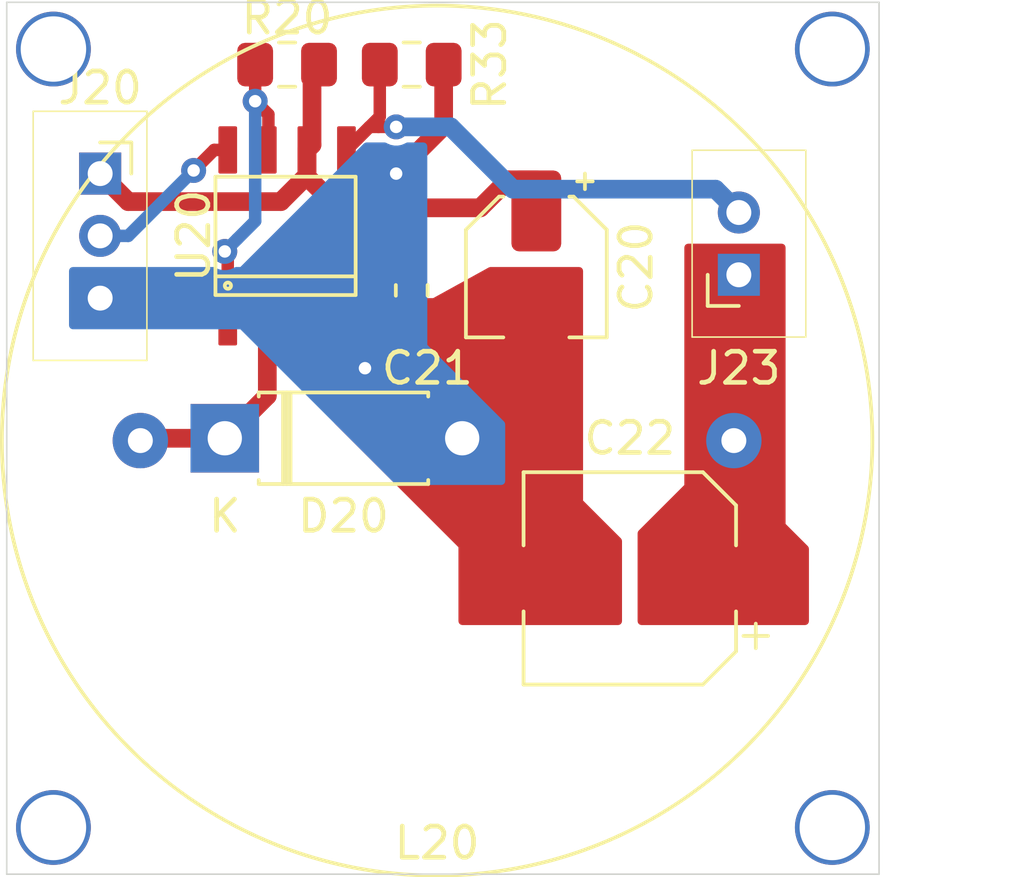
<source format=kicad_pcb>
(kicad_pcb (version 20171130) (host pcbnew "(5.1.10)-1")

  (general
    (thickness 1.6)
    (drawings 6)
    (tracks 53)
    (zones 0)
    (modules 14)
    (nets 9)
  )

  (page User 200 200)
  (title_block
    (title "Spectrometer Multi-Board System")
    (date 2021-05-28)
    (rev 1.0)
    (company "Team Spectrometer")
  )

  (layers
    (0 F.Cu signal)
    (31 B.Cu signal)
    (32 B.Adhes user hide)
    (33 F.Adhes user hide)
    (34 B.Paste user hide)
    (35 F.Paste user hide)
    (36 B.SilkS user hide)
    (37 F.SilkS user hide)
    (38 B.Mask user hide)
    (39 F.Mask user hide)
    (40 Dwgs.User user hide)
    (41 Cmts.User user)
    (42 Eco1.User user hide)
    (43 Eco2.User user hide)
    (44 Edge.Cuts user)
    (45 Margin user hide)
    (46 B.CrtYd user hide)
    (47 F.CrtYd user)
    (48 B.Fab user hide)
    (49 F.Fab user hide)
  )

  (setup
    (last_trace_width 0.4)
    (trace_clearance 0.2)
    (zone_clearance 0.254)
    (zone_45_only no)
    (trace_min 0.2)
    (via_size 0.8)
    (via_drill 0.4)
    (via_min_size 0.4)
    (via_min_drill 0.3)
    (uvia_size 0.3)
    (uvia_drill 0.1)
    (uvias_allowed no)
    (uvia_min_size 0.2)
    (uvia_min_drill 0.1)
    (edge_width 0.05)
    (segment_width 0.2)
    (pcb_text_width 0.3)
    (pcb_text_size 1.5 1.5)
    (mod_edge_width 0.12)
    (mod_text_size 1 1)
    (mod_text_width 0.15)
    (pad_size 0.85 0.85)
    (pad_drill 0.5)
    (pad_to_mask_clearance 0.051)
    (solder_mask_min_width 0.25)
    (aux_axis_origin 0 0)
    (visible_elements 7FFFFFFF)
    (pcbplotparams
      (layerselection 0x012fc_ffffffff)
      (usegerberextensions false)
      (usegerberattributes false)
      (usegerberadvancedattributes false)
      (creategerberjobfile false)
      (excludeedgelayer true)
      (linewidth 0.100000)
      (plotframeref false)
      (viasonmask false)
      (mode 1)
      (useauxorigin false)
      (hpglpennumber 1)
      (hpglpenspeed 20)
      (hpglpendiameter 15.000000)
      (psnegative false)
      (psa4output false)
      (plotreference true)
      (plotvalue true)
      (plotinvisibletext false)
      (padsonsilk false)
      (subtractmaskfromsilk false)
      (outputformat 4)
      (mirror false)
      (drillshape 0)
      (scaleselection 1)
      (outputdirectory "./"))
  )

  (net 0 "")
  (net 1 GND)
  (net 2 "Net-(D20-Pad1)")
  (net 3 /Scan_PWM)
  (net 4 "Net-(R20-Pad2)")
  (net 5 +5V)
  (net 6 "Net-(C21-Pad1)")
  (net 7 "Net-(C22-Pad1)")
  (net 8 "Net-(J23-Pad2)")

  (net_class Default "This is the default net class."
    (clearance 0.2)
    (trace_width 0.4)
    (via_dia 0.8)
    (via_drill 0.4)
    (uvia_dia 0.3)
    (uvia_drill 0.1)
    (add_net /Scan_PWM)
    (add_net "Net-(C21-Pad1)")
    (add_net "Net-(R20-Pad2)")
  )

  (net_class Analog ""
    (clearance 0.2)
    (trace_width 0.6)
    (via_dia 0.8)
    (via_drill 0.4)
    (uvia_dia 0.3)
    (uvia_drill 0.1)
  )

  (net_class Power ""
    (clearance 0.2)
    (trace_width 0.6)
    (via_dia 0.8)
    (via_drill 0.4)
    (uvia_dia 0.3)
    (uvia_drill 0.1)
    (add_net +5V)
    (add_net GND)
    (add_net "Net-(C22-Pad1)")
    (add_net "Net-(D20-Pad1)")
    (add_net "Net-(J23-Pad2)")
  )

  (module spectrometer_core:M2_mounting (layer F.Cu) (tedit 60DA2D85) (tstamp 60DA9E56)
    (at 112.5 83.5)
    (fp_text reference REF** (at 0 0) (layer F.Fab) hide
      (effects (font (size 1 1) (thickness 0.15)))
    )
    (fp_text value M2_mounting (at 0 -2) (layer F.Fab)
      (effects (font (size 1 1) (thickness 0.15)))
    )
    (pad "" np_thru_hole circle (at 0 0) (size 2.4 2.4) (drill 2.1) (layers *.Cu *.Mask)
      (zone_connect 0))
  )

  (module spectrometer_core:M2_mounting (layer F.Cu) (tedit 60DA2D85) (tstamp 60DA9E56)
    (at 87.5 83.5)
    (fp_text reference REF** (at 0 0) (layer F.Fab) hide
      (effects (font (size 1 1) (thickness 0.15)))
    )
    (fp_text value M2_mounting (at 0 -2) (layer F.Fab)
      (effects (font (size 1 1) (thickness 0.15)))
    )
    (pad "" np_thru_hole circle (at 0 0) (size 2.4 2.4) (drill 2.1) (layers *.Cu *.Mask)
      (zone_connect 0))
  )

  (module spectrometer_core:M2_mounting (layer F.Cu) (tedit 60DA2D85) (tstamp 60DA9E56)
    (at 112.5 108.5)
    (fp_text reference REF** (at 0 0) (layer F.Fab) hide
      (effects (font (size 1 1) (thickness 0.15)))
    )
    (fp_text value M2_mounting (at 0 -2) (layer F.Fab)
      (effects (font (size 1 1) (thickness 0.15)))
    )
    (pad "" np_thru_hole circle (at 0 0) (size 2.4 2.4) (drill 2.1) (layers *.Cu *.Mask)
      (zone_connect 0))
  )

  (module spectrometer_core:M2_mounting (layer F.Cu) (tedit 60DA2D85) (tstamp 60DA9E56)
    (at 87.5 108.5)
    (fp_text reference REF** (at 0 0) (layer F.Fab) hide
      (effects (font (size 1 1) (thickness 0.15)))
    )
    (fp_text value M2_mounting (at 0 -2) (layer F.Fab)
      (effects (font (size 1 1) (thickness 0.15)))
    )
    (pad "" np_thru_hole circle (at 0 0) (size 2.4 2.4) (drill 2.1) (layers *.Cu *.Mask)
      (zone_connect 0))
  )

  (module spectrometer_core:SOIC-8 (layer F.Cu) (tedit 60BE572F) (tstamp 60BB350E)
    (at 95 89.5 90)
    (path /6093404D)
    (fp_text reference U20 (at 0 -3 270) (layer F.SilkS)
      (effects (font (size 1 1) (thickness 0.15)))
    )
    (fp_text value NCP3066 (at 0 -3.5 90) (layer F.Fab)
      (effects (font (size 1 1) (thickness 0.15)))
    )
    (fp_line (start -3.85 2.75) (end -3.85 -2.75) (layer F.CrtYd) (width 0.12))
    (fp_line (start 3.9 2.75) (end -3.85 2.75) (layer F.CrtYd) (width 0.12))
    (fp_line (start 3.9 -2.75) (end 3.9 2.75) (layer F.CrtYd) (width 0.12))
    (fp_line (start -3.85 -2.75) (end 3.9 -2.75) (layer F.CrtYd) (width 0.12))
    (fp_circle (center -1.6 -1.9) (end -1.5 -1.9) (layer F.SilkS) (width 0.12))
    (fp_line (start -1.3 -2.3) (end -1.3 2.2) (layer F.SilkS) (width 0.12))
    (fp_line (start 1.9 -2.3) (end -1.9 -2.3) (layer F.SilkS) (width 0.12))
    (fp_line (start 1.9 2.2) (end 1.9 -2.3) (layer F.SilkS) (width 0.12))
    (fp_line (start -1.9 2.2) (end 1.9 2.2) (layer F.SilkS) (width 0.12))
    (fp_line (start -1.9 -2.3) (end -1.9 2.2) (layer F.SilkS) (width 0.12))
    (pad 8 smd roundrect (at 2.76 -1.905 90) (size 1.52 0.6) (layers F.Cu F.Paste F.Mask) (roundrect_rratio 0.083)
      (net 3 /Scan_PWM))
    (pad 7 smd roundrect (at 2.76 -0.635 90) (size 1.52 0.6) (layers F.Cu F.Paste F.Mask) (roundrect_rratio 0.083)
      (net 4 "Net-(R20-Pad2)"))
    (pad 6 smd roundrect (at 2.76 0.635 90) (size 1.52 0.6) (layers F.Cu F.Paste F.Mask) (roundrect_rratio 0.083)
      (net 5 +5V))
    (pad 5 smd roundrect (at 2.76 1.905 90) (size 1.52 0.6) (layers F.Cu F.Paste F.Mask) (roundrect_rratio 0.083)
      (net 8 "Net-(J23-Pad2)"))
    (pad 4 smd roundrect (at -2.76 1.905 90) (size 1.52 0.6) (layers F.Cu F.Paste F.Mask) (roundrect_rratio 0.083)
      (net 1 GND))
    (pad 3 smd roundrect (at -2.76 0.635 90) (size 1.52 0.6) (layers F.Cu F.Paste F.Mask) (roundrect_rratio 0.083)
      (net 6 "Net-(C21-Pad1)"))
    (pad 2 smd roundrect (at -2.76 -0.635 90) (size 1.52 0.6) (layers F.Cu F.Paste F.Mask) (roundrect_rratio 0.083)
      (net 2 "Net-(D20-Pad1)"))
    (pad 1 smd roundrect (at -2.76 -1.905 90) (size 1.52 0.6) (layers F.Cu F.Paste F.Mask) (roundrect_rratio 0.083)
      (net 4 "Net-(R20-Pad2)"))
  )

  (module spectrometer_core:1x03_Vert_P2.00_Molex_Micro-Latch (layer F.Cu) (tedit 60BE56CB) (tstamp 60BE55C0)
    (at 89 89.5 180)
    (path /60F2CC0E)
    (fp_text reference J20 (at 0 4.75 180) (layer F.SilkS)
      (effects (font (size 1 1) (thickness 0.15)))
    )
    (fp_text value C_01x03 (at 0 6.25 180) (layer F.Fab)
      (effects (font (size 1 1) (thickness 0.15)))
    )
    (fp_line (start 2.65 4.5) (end -2 4.5) (layer F.CrtYd) (width 0.08))
    (fp_line (start 2.65 -4.5) (end 2.65 4.5) (layer F.CrtYd) (width 0.08))
    (fp_line (start -2 -4.5) (end -2 4.5) (layer F.CrtYd) (width 0.08))
    (fp_line (start -2 -4.5) (end 2.65 -4.5) (layer F.CrtYd) (width 0.08))
    (fp_line (start -1 3) (end -1 2) (layer F.SilkS) (width 0.12))
    (fp_line (start -1 3) (end 0 3) (layer F.SilkS) (width 0.12))
    (fp_line (start -0.25 1.75) (end -0.25 2.25) (layer F.Fab) (width 0.1))
    (fp_line (start -0.25 -2.25) (end -0.25 -1.75) (layer F.Fab) (width 0.1))
    (fp_line (start -0.25 -0.25) (end -0.25 0.25) (layer F.Fab) (width 0.1))
    (fp_line (start 2.15 4) (end 2.15 -4) (layer F.SilkS) (width 0.05))
    (fp_line (start -1.5 -4) (end -1.5 4) (layer F.SilkS) (width 0.05))
    (fp_line (start -1.5 4) (end 2.15 4) (layer F.SilkS) (width 0.05))
    (fp_line (start -1.5 -4) (end 2.15 -4) (layer F.SilkS) (width 0.05))
    (pad 2 thru_hole oval (at 0 0 180) (size 1.35 1.35) (drill 0.8) (layers *.Cu *.Mask)
      (net 3 /Scan_PWM))
    (pad 3 thru_hole oval (at 0 -2 180) (size 1.35 1.35) (drill 0.8) (layers *.Cu *.Mask)
      (net 1 GND))
    (pad 1 thru_hole rect (at 0 2 180) (size 1.35 1.35) (drill 0.8) (layers *.Cu *.Mask)
      (net 5 +5V))
  )

  (module spectrometer_core:1x02_Vert_P2.00_Molex_Micro-Latch (layer F.Cu) (tedit 60BDC9D1) (tstamp 60B9AFC0)
    (at 109.5 89.75)
    (path /612EE80D)
    (fp_text reference J23 (at 0 4) (layer F.SilkS)
      (effects (font (size 1 1) (thickness 0.15)))
    )
    (fp_text value C_01x02 (at 0 5.5) (layer F.Fab)
      (effects (font (size 1 1) (thickness 0.15)))
    )
    (fp_line (start 3.42 4.27) (end -2.77 4.27) (layer F.CrtYd) (width 0.12))
    (fp_line (start 3.42 4.27) (end 3.42 -4.27) (layer F.CrtYd) (width 0.12))
    (fp_line (start -2.77 -4.27) (end -2.77 4.27) (layer F.CrtYd) (width 0.12))
    (fp_line (start -2.77 -4.27) (end 3.42 -4.27) (layer F.CrtYd) (width 0.12))
    (fp_line (start -0.25 0.75) (end -0.25 1.25) (layer F.Fab) (width 0.1))
    (fp_line (start -0.25 -1.25) (end -0.25 -0.75) (layer F.Fab) (width 0.1))
    (fp_line (start 2.15 3) (end 2.15 -3) (layer F.SilkS) (width 0.05))
    (fp_line (start -1 2) (end 0 2) (layer F.SilkS) (width 0.12))
    (fp_line (start -1.5 -3) (end 2.15 -3) (layer F.SilkS) (width 0.05))
    (fp_line (start -1.5 -3) (end -1.5 3) (layer F.SilkS) (width 0.05))
    (fp_line (start -1.5 3) (end 2.15 3) (layer F.SilkS) (width 0.05))
    (fp_line (start -1 2) (end -1 1) (layer F.SilkS) (width 0.12))
    (pad 1 thru_hole rect (at 0 1) (size 1.35 1.35) (drill 0.8) (layers *.Cu *.Mask)
      (net 7 "Net-(C22-Pad1)"))
    (pad 2 thru_hole oval (at 0 -1) (size 1.35 1.35) (drill 0.8) (layers *.Cu *.Mask)
      (net 8 "Net-(J23-Pad2)"))
  )

  (module Diode_THT:D_DO-41_SOD81_P7.62mm_Horizontal (layer F.Cu) (tedit 5AE50CD5) (tstamp 60BB1D91)
    (at 93 96)
    (descr "Diode, DO-41_SOD81 series, Axial, Horizontal, pin pitch=7.62mm, , length*diameter=5.2*2.7mm^2, , http://www.diodes.com/_files/packages/DO-41%20(Plastic).pdf")
    (tags "Diode DO-41_SOD81 series Axial Horizontal pin pitch 7.62mm  length 5.2mm diameter 2.7mm")
    (path /60D1A583)
    (fp_text reference D20 (at 3.81 2.5) (layer F.SilkS)
      (effects (font (size 1 1) (thickness 0.15)))
    )
    (fp_text value 1N5819 (at 3.81 2.47) (layer F.Fab)
      (effects (font (size 1 1) (thickness 0.15)))
    )
    (fp_line (start 8.97 -1.6) (end -1.35 -1.6) (layer F.CrtYd) (width 0.05))
    (fp_line (start 8.97 1.6) (end 8.97 -1.6) (layer F.CrtYd) (width 0.05))
    (fp_line (start -1.35 1.6) (end 8.97 1.6) (layer F.CrtYd) (width 0.05))
    (fp_line (start -1.35 -1.6) (end -1.35 1.6) (layer F.CrtYd) (width 0.05))
    (fp_line (start 1.87 -1.47) (end 1.87 1.47) (layer F.SilkS) (width 0.12))
    (fp_line (start 2.11 -1.47) (end 2.11 1.47) (layer F.SilkS) (width 0.12))
    (fp_line (start 1.99 -1.47) (end 1.99 1.47) (layer F.SilkS) (width 0.12))
    (fp_line (start 6.53 1.47) (end 6.53 1.34) (layer F.SilkS) (width 0.12))
    (fp_line (start 1.09 1.47) (end 6.53 1.47) (layer F.SilkS) (width 0.12))
    (fp_line (start 1.09 1.34) (end 1.09 1.47) (layer F.SilkS) (width 0.12))
    (fp_line (start 6.53 -1.47) (end 6.53 -1.34) (layer F.SilkS) (width 0.12))
    (fp_line (start 1.09 -1.47) (end 6.53 -1.47) (layer F.SilkS) (width 0.12))
    (fp_line (start 1.09 -1.34) (end 1.09 -1.47) (layer F.SilkS) (width 0.12))
    (fp_line (start 1.89 -1.35) (end 1.89 1.35) (layer F.Fab) (width 0.1))
    (fp_line (start 2.09 -1.35) (end 2.09 1.35) (layer F.Fab) (width 0.1))
    (fp_line (start 1.99 -1.35) (end 1.99 1.35) (layer F.Fab) (width 0.1))
    (fp_line (start 7.62 0) (end 6.41 0) (layer F.Fab) (width 0.1))
    (fp_line (start 0 0) (end 1.21 0) (layer F.Fab) (width 0.1))
    (fp_line (start 6.41 -1.35) (end 1.21 -1.35) (layer F.Fab) (width 0.1))
    (fp_line (start 6.41 1.35) (end 6.41 -1.35) (layer F.Fab) (width 0.1))
    (fp_line (start 1.21 1.35) (end 6.41 1.35) (layer F.Fab) (width 0.1))
    (fp_line (start 1.21 -1.35) (end 1.21 1.35) (layer F.Fab) (width 0.1))
    (fp_text user K (at 0 2.5) (layer F.SilkS)
      (effects (font (size 1 1) (thickness 0.15)))
    )
    (fp_text user K (at 0 -2.1) (layer F.Fab)
      (effects (font (size 1 1) (thickness 0.15)))
    )
    (fp_text user %R (at 4.2 0) (layer F.Fab)
      (effects (font (size 1 1) (thickness 0.15)))
    )
    (pad 2 thru_hole oval (at 7.62 0) (size 2.2 2.2) (drill 1.1) (layers *.Cu *.Mask)
      (net 1 GND))
    (pad 1 thru_hole rect (at 0 0) (size 2.2 2.2) (drill 1.1) (layers *.Cu *.Mask)
      (net 2 "Net-(D20-Pad1)"))
    (model ${KISYS3DMOD}/Diode_THT.3dshapes/D_DO-41_SOD81_P7.62mm_Horizontal.wrl
      (at (xyz 0 0 0))
      (scale (xyz 1 1 1))
      (rotate (xyz 0 0 0))
    )
  )

  (module spectrometer_core:1130-122K-RC (layer F.Cu) (tedit 60B0B03E) (tstamp 60BB34F1)
    (at 99.815 96.075)
    (path /60D19639)
    (fp_text reference L20 (at 0 12.925) (layer F.SilkS)
      (effects (font (size 1 1) (thickness 0.15)))
    )
    (fp_text value 1200u (at 0 -15.24) (layer F.Fab)
      (effects (font (size 1 1) (thickness 0.15)))
    )
    (fp_circle (center 0 0) (end 13.97 0) (layer F.SilkS) (width 0.12))
    (pad 2 thru_hole circle (at 9.525 0) (size 1.778 1.778) (drill 0.8001) (layers *.Cu *.Mask)
      (net 7 "Net-(C22-Pad1)"))
    (pad 1 thru_hole circle (at -9.525 0) (size 1.778 1.778) (drill 0.8001) (layers *.Cu *.Mask)
      (net 2 "Net-(D20-Pad1)"))
  )

  (module Resistor_SMD:R_0805_2012Metric_Pad1.15x1.40mm_HandSolder (layer F.Cu) (tedit 5B36C52B) (tstamp 60BB34CB)
    (at 95 84 180)
    (descr "Resistor SMD 0805 (2012 Metric), square (rectangular) end terminal, IPC_7351 nominal with elongated pad for handsoldering. (Body size source: https://docs.google.com/spreadsheets/d/1BsfQQcO9C6DZCsRaXUlFlo91Tg2WpOkGARC1WS5S8t0/edit?usp=sharing), generated with kicad-footprint-generator")
    (tags "resistor handsolder")
    (path /60BE92E2)
    (attr smd)
    (fp_text reference R20 (at 0 1.5 180) (layer F.SilkS)
      (effects (font (size 1 1) (thickness 0.15)))
    )
    (fp_text value 0R133 (at 0 1.65 180) (layer F.Fab)
      (effects (font (size 1 1) (thickness 0.15)))
    )
    (fp_line (start 1.85 0.95) (end -1.85 0.95) (layer F.CrtYd) (width 0.05))
    (fp_line (start 1.85 -0.95) (end 1.85 0.95) (layer F.CrtYd) (width 0.05))
    (fp_line (start -1.85 -0.95) (end 1.85 -0.95) (layer F.CrtYd) (width 0.05))
    (fp_line (start -1.85 0.95) (end -1.85 -0.95) (layer F.CrtYd) (width 0.05))
    (fp_line (start -0.261252 0.71) (end 0.261252 0.71) (layer F.SilkS) (width 0.12))
    (fp_line (start -0.261252 -0.71) (end 0.261252 -0.71) (layer F.SilkS) (width 0.12))
    (fp_line (start 1 0.6) (end -1 0.6) (layer F.Fab) (width 0.1))
    (fp_line (start 1 -0.6) (end 1 0.6) (layer F.Fab) (width 0.1))
    (fp_line (start -1 -0.6) (end 1 -0.6) (layer F.Fab) (width 0.1))
    (fp_line (start -1 0.6) (end -1 -0.6) (layer F.Fab) (width 0.1))
    (fp_text user %R (at 0 0 180) (layer F.Fab)
      (effects (font (size 0.5 0.5) (thickness 0.08)))
    )
    (pad 2 smd roundrect (at 1.025 0 180) (size 1.15 1.4) (layers F.Cu F.Paste F.Mask) (roundrect_rratio 0.217391)
      (net 4 "Net-(R20-Pad2)"))
    (pad 1 smd roundrect (at -1.025 0 180) (size 1.15 1.4) (layers F.Cu F.Paste F.Mask) (roundrect_rratio 0.217391)
      (net 5 +5V))
    (model ${KISYS3DMOD}/Resistor_SMD.3dshapes/R_0805_2012Metric.wrl
      (at (xyz 0 0 0))
      (scale (xyz 1 1 1))
      (rotate (xyz 0 0 0))
    )
  )

  (module Resistor_SMD:R_0805_2012Metric_Pad1.15x1.40mm_HandSolder (layer F.Cu) (tedit 5B36C52B) (tstamp 60BEF1F8)
    (at 99 84)
    (descr "Resistor SMD 0805 (2012 Metric), square (rectangular) end terminal, IPC_7351 nominal with elongated pad for handsoldering. (Body size source: https://docs.google.com/spreadsheets/d/1BsfQQcO9C6DZCsRaXUlFlo91Tg2WpOkGARC1WS5S8t0/edit?usp=sharing), generated with kicad-footprint-generator")
    (tags "resistor handsolder")
    (path /60BEEDAC)
    (attr smd)
    (fp_text reference R33 (at 2.5 0 90) (layer F.SilkS)
      (effects (font (size 1 1) (thickness 0.15)))
    )
    (fp_text value 0R233 (at 0 1.65) (layer F.Fab)
      (effects (font (size 1 1) (thickness 0.15)))
    )
    (fp_line (start 1.85 0.95) (end -1.85 0.95) (layer F.CrtYd) (width 0.05))
    (fp_line (start 1.85 -0.95) (end 1.85 0.95) (layer F.CrtYd) (width 0.05))
    (fp_line (start -1.85 -0.95) (end 1.85 -0.95) (layer F.CrtYd) (width 0.05))
    (fp_line (start -1.85 0.95) (end -1.85 -0.95) (layer F.CrtYd) (width 0.05))
    (fp_line (start -0.261252 0.71) (end 0.261252 0.71) (layer F.SilkS) (width 0.12))
    (fp_line (start -0.261252 -0.71) (end 0.261252 -0.71) (layer F.SilkS) (width 0.12))
    (fp_line (start 1 0.6) (end -1 0.6) (layer F.Fab) (width 0.1))
    (fp_line (start 1 -0.6) (end 1 0.6) (layer F.Fab) (width 0.1))
    (fp_line (start -1 -0.6) (end 1 -0.6) (layer F.Fab) (width 0.1))
    (fp_line (start -1 0.6) (end -1 -0.6) (layer F.Fab) (width 0.1))
    (fp_text user %R (at 0 0) (layer F.Fab)
      (effects (font (size 0.5 0.5) (thickness 0.08)))
    )
    (pad 2 smd roundrect (at 1.025 0) (size 1.15 1.4) (layers F.Cu F.Paste F.Mask) (roundrect_rratio 0.217391)
      (net 1 GND))
    (pad 1 smd roundrect (at -1.025 0) (size 1.15 1.4) (layers F.Cu F.Paste F.Mask) (roundrect_rratio 0.217391)
      (net 8 "Net-(J23-Pad2)"))
    (model ${KISYS3DMOD}/Resistor_SMD.3dshapes/R_0805_2012Metric.wrl
      (at (xyz 0 0 0))
      (scale (xyz 1 1 1))
      (rotate (xyz 0 0 0))
    )
  )

  (module Capacitor_SMD:CP_Elec_6.3x5.9 (layer F.Cu) (tedit 5BCA39D0) (tstamp 609E6AB6)
    (at 106 100.5 180)
    (descr "SMD capacitor, aluminum electrolytic, Panasonic C6, 6.3x5.9mm")
    (tags "capacitor electrolytic")
    (path /61126947)
    (attr smd)
    (fp_text reference C22 (at 0 4.5 180) (layer F.SilkS)
      (effects (font (size 1 1) (thickness 0.15)))
    )
    (fp_text value 220u (at 0 4.35 180) (layer F.Fab)
      (effects (font (size 1 1) (thickness 0.15)))
    )
    (fp_line (start -4.8 1.05) (end -3.55 1.05) (layer F.CrtYd) (width 0.05))
    (fp_line (start -4.8 -1.05) (end -4.8 1.05) (layer F.CrtYd) (width 0.05))
    (fp_line (start -3.55 -1.05) (end -4.8 -1.05) (layer F.CrtYd) (width 0.05))
    (fp_line (start -3.55 1.05) (end -3.55 2.4) (layer F.CrtYd) (width 0.05))
    (fp_line (start -3.55 -2.4) (end -3.55 -1.05) (layer F.CrtYd) (width 0.05))
    (fp_line (start -3.55 -2.4) (end -2.4 -3.55) (layer F.CrtYd) (width 0.05))
    (fp_line (start -3.55 2.4) (end -2.4 3.55) (layer F.CrtYd) (width 0.05))
    (fp_line (start -2.4 -3.55) (end 3.55 -3.55) (layer F.CrtYd) (width 0.05))
    (fp_line (start -2.4 3.55) (end 3.55 3.55) (layer F.CrtYd) (width 0.05))
    (fp_line (start 3.55 1.05) (end 3.55 3.55) (layer F.CrtYd) (width 0.05))
    (fp_line (start 4.8 1.05) (end 3.55 1.05) (layer F.CrtYd) (width 0.05))
    (fp_line (start 4.8 -1.05) (end 4.8 1.05) (layer F.CrtYd) (width 0.05))
    (fp_line (start 3.55 -1.05) (end 4.8 -1.05) (layer F.CrtYd) (width 0.05))
    (fp_line (start 3.55 -3.55) (end 3.55 -1.05) (layer F.CrtYd) (width 0.05))
    (fp_line (start -4.04375 -2.24125) (end -4.04375 -1.45375) (layer F.SilkS) (width 0.12))
    (fp_line (start -4.4375 -1.8475) (end -3.65 -1.8475) (layer F.SilkS) (width 0.12))
    (fp_line (start -3.41 2.345563) (end -2.345563 3.41) (layer F.SilkS) (width 0.12))
    (fp_line (start -3.41 -2.345563) (end -2.345563 -3.41) (layer F.SilkS) (width 0.12))
    (fp_line (start -3.41 -2.345563) (end -3.41 -1.06) (layer F.SilkS) (width 0.12))
    (fp_line (start -3.41 2.345563) (end -3.41 1.06) (layer F.SilkS) (width 0.12))
    (fp_line (start -2.345563 3.41) (end 3.41 3.41) (layer F.SilkS) (width 0.12))
    (fp_line (start -2.345563 -3.41) (end 3.41 -3.41) (layer F.SilkS) (width 0.12))
    (fp_line (start 3.41 -3.41) (end 3.41 -1.06) (layer F.SilkS) (width 0.12))
    (fp_line (start 3.41 3.41) (end 3.41 1.06) (layer F.SilkS) (width 0.12))
    (fp_line (start -2.389838 -1.645) (end -2.389838 -1.015) (layer F.Fab) (width 0.1))
    (fp_line (start -2.704838 -1.33) (end -2.074838 -1.33) (layer F.Fab) (width 0.1))
    (fp_line (start -3.3 2.3) (end -2.3 3.3) (layer F.Fab) (width 0.1))
    (fp_line (start -3.3 -2.3) (end -2.3 -3.3) (layer F.Fab) (width 0.1))
    (fp_line (start -3.3 -2.3) (end -3.3 2.3) (layer F.Fab) (width 0.1))
    (fp_line (start -2.3 3.3) (end 3.3 3.3) (layer F.Fab) (width 0.1))
    (fp_line (start -2.3 -3.3) (end 3.3 -3.3) (layer F.Fab) (width 0.1))
    (fp_line (start 3.3 -3.3) (end 3.3 3.3) (layer F.Fab) (width 0.1))
    (fp_circle (center 0 0) (end 3.15 0) (layer F.Fab) (width 0.1))
    (fp_text user %R (at 0 0 180) (layer F.Fab)
      (effects (font (size 1 1) (thickness 0.15)))
    )
    (pad 2 smd roundrect (at 2.8 0 180) (size 3.5 1.6) (layers F.Cu F.Paste F.Mask) (roundrect_rratio 0.15625)
      (net 1 GND))
    (pad 1 smd roundrect (at -2.8 0 180) (size 3.5 1.6) (layers F.Cu F.Paste F.Mask) (roundrect_rratio 0.15625)
      (net 7 "Net-(C22-Pad1)"))
    (model ${KISYS3DMOD}/Capacitor_SMD.3dshapes/CP_Elec_6.3x5.9.wrl
      (at (xyz 0 0 0))
      (scale (xyz 1 1 1))
      (rotate (xyz 0 0 0))
    )
  )

  (module Capacitor_SMD:C_0603_1608Metric_Pad1.05x0.95mm_HandSolder (layer F.Cu) (tedit 5B301BBE) (tstamp 60BB349B)
    (at 99 91.25 270)
    (descr "Capacitor SMD 0603 (1608 Metric), square (rectangular) end terminal, IPC_7351 nominal with elongated pad for handsoldering. (Body size source: http://www.tortai-tech.com/upload/download/2011102023233369053.pdf), generated with kicad-footprint-generator")
    (tags "capacitor handsolder")
    (path /60B4EDBC)
    (attr smd)
    (fp_text reference C21 (at 2.5 -0.5) (layer F.SilkS)
      (effects (font (size 1 1) (thickness 0.15)))
    )
    (fp_text value 2n2 (at 0 1.43 270) (layer F.Fab)
      (effects (font (size 1 1) (thickness 0.15)))
    )
    (fp_line (start 1.65 0.73) (end -1.65 0.73) (layer F.CrtYd) (width 0.05))
    (fp_line (start 1.65 -0.73) (end 1.65 0.73) (layer F.CrtYd) (width 0.05))
    (fp_line (start -1.65 -0.73) (end 1.65 -0.73) (layer F.CrtYd) (width 0.05))
    (fp_line (start -1.65 0.73) (end -1.65 -0.73) (layer F.CrtYd) (width 0.05))
    (fp_line (start -0.171267 0.51) (end 0.171267 0.51) (layer F.SilkS) (width 0.12))
    (fp_line (start -0.171267 -0.51) (end 0.171267 -0.51) (layer F.SilkS) (width 0.12))
    (fp_line (start 0.8 0.4) (end -0.8 0.4) (layer F.Fab) (width 0.1))
    (fp_line (start 0.8 -0.4) (end 0.8 0.4) (layer F.Fab) (width 0.1))
    (fp_line (start -0.8 -0.4) (end 0.8 -0.4) (layer F.Fab) (width 0.1))
    (fp_line (start -0.8 0.4) (end -0.8 -0.4) (layer F.Fab) (width 0.1))
    (fp_text user %R (at 0 0 270) (layer F.Fab)
      (effects (font (size 0.4 0.4) (thickness 0.06)))
    )
    (pad 2 smd roundrect (at 0.875 0 270) (size 1.05 0.95) (layers F.Cu F.Paste F.Mask) (roundrect_rratio 0.25)
      (net 1 GND))
    (pad 1 smd roundrect (at -0.875 0 270) (size 1.05 0.95) (layers F.Cu F.Paste F.Mask) (roundrect_rratio 0.25)
      (net 6 "Net-(C21-Pad1)"))
    (model ${KISYS3DMOD}/Capacitor_SMD.3dshapes/C_0603_1608Metric.wrl
      (at (xyz 0 0 0))
      (scale (xyz 1 1 1))
      (rotate (xyz 0 0 0))
    )
  )

  (module Capacitor_SMD:CP_Elec_4x3 (layer F.Cu) (tedit 5BCA39CF) (tstamp 60BB343D)
    (at 103 90.5 270)
    (descr "SMD capacitor, aluminum electrolytic, Nichicon, 4.0x3mm")
    (tags "capacitor electrolytic")
    (path /60C2FF3D)
    (attr smd)
    (fp_text reference C20 (at 0 -3.2 270) (layer F.SilkS)
      (effects (font (size 1 1) (thickness 0.15)))
    )
    (fp_text value 10u (at 0 3.2 270) (layer F.Fab)
      (effects (font (size 1 1) (thickness 0.15)))
    )
    (fp_line (start -3.35 1.05) (end -2.4 1.05) (layer F.CrtYd) (width 0.05))
    (fp_line (start -3.35 -1.05) (end -3.35 1.05) (layer F.CrtYd) (width 0.05))
    (fp_line (start -2.4 -1.05) (end -3.35 -1.05) (layer F.CrtYd) (width 0.05))
    (fp_line (start -2.4 1.05) (end -2.4 1.25) (layer F.CrtYd) (width 0.05))
    (fp_line (start -2.4 -1.25) (end -2.4 -1.05) (layer F.CrtYd) (width 0.05))
    (fp_line (start -2.4 -1.25) (end -1.25 -2.4) (layer F.CrtYd) (width 0.05))
    (fp_line (start -2.4 1.25) (end -1.25 2.4) (layer F.CrtYd) (width 0.05))
    (fp_line (start -1.25 -2.4) (end 2.4 -2.4) (layer F.CrtYd) (width 0.05))
    (fp_line (start -1.25 2.4) (end 2.4 2.4) (layer F.CrtYd) (width 0.05))
    (fp_line (start 2.4 1.05) (end 2.4 2.4) (layer F.CrtYd) (width 0.05))
    (fp_line (start 3.35 1.05) (end 2.4 1.05) (layer F.CrtYd) (width 0.05))
    (fp_line (start 3.35 -1.05) (end 3.35 1.05) (layer F.CrtYd) (width 0.05))
    (fp_line (start 2.4 -1.05) (end 3.35 -1.05) (layer F.CrtYd) (width 0.05))
    (fp_line (start 2.4 -2.4) (end 2.4 -1.05) (layer F.CrtYd) (width 0.05))
    (fp_line (start -2.75 -1.81) (end -2.75 -1.31) (layer F.SilkS) (width 0.12))
    (fp_line (start -3 -1.56) (end -2.5 -1.56) (layer F.SilkS) (width 0.12))
    (fp_line (start -2.26 1.195563) (end -1.195563 2.26) (layer F.SilkS) (width 0.12))
    (fp_line (start -2.26 -1.195563) (end -1.195563 -2.26) (layer F.SilkS) (width 0.12))
    (fp_line (start -2.26 -1.195563) (end -2.26 -1.06) (layer F.SilkS) (width 0.12))
    (fp_line (start -2.26 1.195563) (end -2.26 1.06) (layer F.SilkS) (width 0.12))
    (fp_line (start -1.195563 2.26) (end 2.26 2.26) (layer F.SilkS) (width 0.12))
    (fp_line (start -1.195563 -2.26) (end 2.26 -2.26) (layer F.SilkS) (width 0.12))
    (fp_line (start 2.26 -2.26) (end 2.26 -1.06) (layer F.SilkS) (width 0.12))
    (fp_line (start 2.26 2.26) (end 2.26 1.06) (layer F.SilkS) (width 0.12))
    (fp_line (start -1.374773 -1.2) (end -1.374773 -0.8) (layer F.Fab) (width 0.1))
    (fp_line (start -1.574773 -1) (end -1.174773 -1) (layer F.Fab) (width 0.1))
    (fp_line (start -2.15 1.15) (end -1.15 2.15) (layer F.Fab) (width 0.1))
    (fp_line (start -2.15 -1.15) (end -1.15 -2.15) (layer F.Fab) (width 0.1))
    (fp_line (start -2.15 -1.15) (end -2.15 1.15) (layer F.Fab) (width 0.1))
    (fp_line (start -1.15 2.15) (end 2.15 2.15) (layer F.Fab) (width 0.1))
    (fp_line (start -1.15 -2.15) (end 2.15 -2.15) (layer F.Fab) (width 0.1))
    (fp_line (start 2.15 -2.15) (end 2.15 2.15) (layer F.Fab) (width 0.1))
    (fp_circle (center 0 0) (end 2 0) (layer F.Fab) (width 0.1))
    (fp_text user %R (at 0 0 270) (layer F.Fab)
      (effects (font (size 0.8 0.8) (thickness 0.12)))
    )
    (pad 2 smd roundrect (at 1.8 0 270) (size 2.6 1.6) (layers F.Cu F.Paste F.Mask) (roundrect_rratio 0.15625)
      (net 1 GND))
    (pad 1 smd roundrect (at -1.8 0 270) (size 2.6 1.6) (layers F.Cu F.Paste F.Mask) (roundrect_rratio 0.15625)
      (net 5 +5V))
    (model ${KISYS3DMOD}/Capacitor_SMD.3dshapes/CP_Elec_4x3.wrl
      (at (xyz 0 0 0))
      (scale (xyz 1 1 1))
      (rotate (xyz 0 0 0))
    )
  )

  (dimension 28 (width 0.15) (layer Cmts.User)
    (gr_text "28.000 mm" (at 117.3 96 270) (layer Cmts.User)
      (effects (font (size 1 1) (thickness 0.15)))
    )
    (feature1 (pts (xy 114 110) (xy 116.586421 110)))
    (feature2 (pts (xy 114 82) (xy 116.586421 82)))
    (crossbar (pts (xy 116 82) (xy 116 110)))
    (arrow1a (pts (xy 116 110) (xy 115.413579 108.873496)))
    (arrow1b (pts (xy 116 110) (xy 116.586421 108.873496)))
    (arrow2a (pts (xy 116 82) (xy 115.413579 83.126504)))
    (arrow2b (pts (xy 116 82) (xy 116.586421 83.126504)))
  )
  (gr_line (start 86 82) (end 99.5 82) (layer Edge.Cuts) (width 0.05) (tstamp 60BB4681))
  (gr_line (start 86 110) (end 86 82) (layer Edge.Cuts) (width 0.05))
  (gr_line (start 114 110) (end 86 110) (layer Edge.Cuts) (width 0.05))
  (gr_line (start 114 82) (end 114 110) (layer Edge.Cuts) (width 0.05))
  (gr_line (start 99.5 82) (end 114 82) (layer Edge.Cuts) (width 0.05))

  (via (at 98.5 87.5) (size 0.8) (drill 0.4) (layers F.Cu B.Cu) (net 1))
  (segment (start 100.025 84) (end 100.025 85.975) (width 0.6) (layer F.Cu) (net 1))
  (segment (start 100.025 85.975) (end 98.5 87.5) (width 0.6) (layer F.Cu) (net 1))
  (via (at 97.5 93.75) (size 0.8) (drill 0.4) (layers F.Cu B.Cu) (net 1))
  (segment (start 90.365 96) (end 90.29 96.075) (width 0.6) (layer F.Cu) (net 2))
  (segment (start 93 96) (end 90.365 96) (width 0.6) (layer F.Cu) (net 2))
  (segment (start 94.365 94.635) (end 93 96) (width 0.6) (layer F.Cu) (net 2))
  (segment (start 94.365 92.26) (end 94.365 94.635) (width 0.6) (layer F.Cu) (net 2))
  (via (at 92 87.4) (size 0.8) (drill 0.4) (layers F.Cu B.Cu) (net 3))
  (segment (start 93.095 86.74) (end 92.66 86.74) (width 0.4) (layer F.Cu) (net 3))
  (segment (start 92.66 86.74) (end 92 87.4) (width 0.4) (layer F.Cu) (net 3))
  (segment (start 89.9 89.5) (end 89 89.5) (width 0.4) (layer B.Cu) (net 3))
  (segment (start 92 87.4) (end 89.9 89.5) (width 0.4) (layer B.Cu) (net 3))
  (segment (start 94.4 86.705) (end 94.365 86.74) (width 0.4) (layer F.Cu) (net 4))
  (segment (start 94.4 85.6) (end 94.4 86.705) (width 0.4) (layer F.Cu) (net 4))
  (segment (start 93.975 85.175) (end 94.4 85.6) (width 0.4) (layer F.Cu) (net 4))
  (via (at 93.975 85.175) (size 0.8) (drill 0.4) (layers F.Cu B.Cu) (net 4))
  (segment (start 93.975 84) (end 93.975 85.175) (width 0.4) (layer F.Cu) (net 4))
  (via (at 93 90) (size 0.8) (drill 0.4) (layers F.Cu B.Cu) (net 4))
  (segment (start 93.095 92.26) (end 93.095 90.095) (width 0.4) (layer F.Cu) (net 4))
  (segment (start 93.095 90.095) (end 93 90) (width 0.4) (layer F.Cu) (net 4))
  (segment (start 93.975 85.175) (end 93.975 89.025) (width 0.4) (layer B.Cu) (net 4))
  (segment (start 93.975 89.025) (end 93.399999 89.600001) (width 0.4) (layer B.Cu) (net 4))
  (segment (start 93.399999 89.600001) (end 93 90) (width 0.4) (layer B.Cu) (net 4))
  (segment (start 95.8 86.575) (end 95.635 86.74) (width 0.6) (layer F.Cu) (net 5))
  (segment (start 96.025 84) (end 95.8 84.225) (width 0.6) (layer F.Cu) (net 5))
  (segment (start 95.8 84.225) (end 95.8 86.575) (width 0.6) (layer F.Cu) (net 5))
  (segment (start 95.635 87.6) (end 95.635 86.74) (width 0.6) (layer F.Cu) (net 5))
  (segment (start 96.635 88.6) (end 95.635 87.6) (width 0.6) (layer F.Cu) (net 5))
  (segment (start 101.2 88.6) (end 96.635 88.6) (width 0.6) (layer F.Cu) (net 5))
  (segment (start 103 87.7) (end 102.1 87.7) (width 0.6) (layer F.Cu) (net 5))
  (segment (start 102.1 87.7) (end 101.2 88.6) (width 0.6) (layer F.Cu) (net 5))
  (segment (start 95.635 87.565) (end 95.635 86.74) (width 0.6) (layer F.Cu) (net 5))
  (segment (start 94.8 88.4) (end 95.635 87.565) (width 0.6) (layer F.Cu) (net 5))
  (segment (start 89 87.5) (end 89.9 88.4) (width 0.6) (layer F.Cu) (net 5))
  (segment (start 89.9 88.4) (end 94.8 88.4) (width 0.6) (layer F.Cu) (net 5))
  (segment (start 99 90.375) (end 99 90.125) (width 0.4) (layer F.Cu) (net 6))
  (segment (start 98.875 90.5) (end 99 90.375) (width 0.4) (layer F.Cu) (net 6))
  (segment (start 96.5 90.5) (end 98.875 90.5) (width 0.4) (layer F.Cu) (net 6))
  (segment (start 95.75 91.25) (end 96.5 90.5) (width 0.4) (layer F.Cu) (net 6))
  (segment (start 95.635 92.26) (end 95.75 92.145) (width 0.4) (layer F.Cu) (net 6))
  (segment (start 95.75 92.145) (end 95.75 91.25) (width 0.4) (layer F.Cu) (net 6))
  (segment (start 109.34 99.96) (end 108.8 100.5) (width 0.6) (layer F.Cu) (net 7))
  (segment (start 97.975 85.67) (end 96.905 86.74) (width 0.4) (layer F.Cu) (net 8))
  (segment (start 97.975 84) (end 97.975 85.67) (width 0.4) (layer F.Cu) (net 8))
  (via (at 98.5 86) (size 0.8) (drill 0.4) (layers F.Cu B.Cu) (net 8))
  (segment (start 96.905 86.74) (end 97.645 86) (width 0.4) (layer F.Cu) (net 8))
  (segment (start 97.645 86) (end 97.934315 86) (width 0.4) (layer F.Cu) (net 8))
  (segment (start 97.934315 86) (end 98.5 86) (width 0.4) (layer F.Cu) (net 8))
  (segment (start 100.25 86) (end 98.5 86) (width 0.6) (layer B.Cu) (net 8))
  (segment (start 102.25 88) (end 100.25 86) (width 0.6) (layer B.Cu) (net 8))
  (segment (start 109.5 88.75) (end 108.75 88) (width 0.6) (layer B.Cu) (net 8))
  (segment (start 108.75 88) (end 102.25 88) (width 0.6) (layer B.Cu) (net 8))

  (zone (net 1) (net_name GND) (layer B.Cu) (tstamp 0) (hatch edge 0.508)
    (priority 1)
    (connect_pads yes (clearance 0))
    (min_thickness 0.254)
    (fill yes (arc_segments 32) (thermal_gap 0) (thermal_bridge_width 0.508))
    (polygon
      (pts
        (xy 88 90.5) (xy 93.5 90.5) (xy 97.5 86.5) (xy 99.5 86.5) (xy 99.5 93)
        (xy 102 95.5) (xy 102 97.5) (xy 98.5 97.5) (xy 93.5 92.5) (xy 88 92.5)
      )
    )
    (filled_polygon
      (pts
        (xy 98.155636 86.644259) (xy 98.287942 86.699062) (xy 98.428397 86.727) (xy 98.571603 86.727) (xy 98.712058 86.699062)
        (xy 98.844364 86.644259) (xy 98.870194 86.627) (xy 99.373 86.627) (xy 99.373 93) (xy 99.37544 93.024776)
        (xy 99.382667 93.048601) (xy 99.394403 93.070557) (xy 99.410197 93.089803) (xy 101.873 95.552606) (xy 101.873 97.373)
        (xy 98.552606 97.373) (xy 93.589803 92.410197) (xy 93.570557 92.394403) (xy 93.548601 92.382667) (xy 93.524776 92.37544)
        (xy 93.5 92.373) (xy 88.127 92.373) (xy 88.127 90.627) (xy 92.629806 90.627) (xy 92.655636 90.644259)
        (xy 92.787942 90.699062) (xy 92.928397 90.727) (xy 93.071603 90.727) (xy 93.212058 90.699062) (xy 93.344364 90.644259)
        (xy 93.370194 90.627) (xy 93.5 90.627) (xy 93.524776 90.62456) (xy 93.548601 90.617333) (xy 93.570557 90.605597)
        (xy 93.589803 90.589803) (xy 97.552606 86.627) (xy 98.129806 86.627)
      )
    )
  )
  (zone (net 7) (net_name "Net-(C22-Pad1)") (layer F.Cu) (tstamp 0) (hatch edge 0.508)
    (connect_pads yes (clearance 0.254))
    (min_thickness 0.254)
    (fill yes (arc_segments 32) (thermal_gap 0.254) (thermal_bridge_width 0.508))
    (polygon
      (pts
        (xy 107.75 89.75) (xy 111 89.75) (xy 111 98.75) (xy 111.75 99.5) (xy 111.75 102)
        (xy 106.25 102) (xy 106.25 99) (xy 107.75 97.5)
      )
    )
    (filled_polygon
      (pts
        (xy 110.873 98.75) (xy 110.87544 98.774776) (xy 110.882667 98.798601) (xy 110.894403 98.820557) (xy 110.910197 98.839803)
        (xy 111.623 99.552606) (xy 111.623 101.873) (xy 106.377 101.873) (xy 106.377 99.052606) (xy 107.839803 97.589803)
        (xy 107.855597 97.570557) (xy 107.867333 97.548601) (xy 107.87456 97.524776) (xy 107.877 97.5) (xy 107.877 89.877)
        (xy 110.873 89.877)
      )
    )
  )
  (zone (net 1) (net_name GND) (layer F.Cu) (tstamp 0) (hatch edge 0.508)
    (priority 1)
    (connect_pads yes (clearance 0.254))
    (min_thickness 0.254)
    (fill yes (arc_segments 32) (thermal_gap 0.254) (thermal_bridge_width 0.508))
    (polygon
      (pts
        (xy 99.6875 91.5) (xy 101.5 90.5) (xy 104.5 90.5) (xy 104.5 98) (xy 105.75 99.25)
        (xy 105.75 102) (xy 100.5 102) (xy 100.5 99.5) (xy 96.5 95.5) (xy 96.5 93.71875)
        (xy 96.5 93.28125) (xy 96.5 91.5)
      )
    )
    (filled_polygon
      (pts
        (xy 104.373 98) (xy 104.37544 98.024776) (xy 104.382667 98.048601) (xy 104.394403 98.070557) (xy 104.410197 98.089803)
        (xy 105.623 99.302606) (xy 105.623 101.873) (xy 100.627 101.873) (xy 100.627 99.5) (xy 100.62456 99.475224)
        (xy 100.617333 99.451399) (xy 100.605597 99.429443) (xy 100.589803 99.410197) (xy 96.627 95.447394) (xy 96.627 91.627)
        (xy 99.6875 91.627) (xy 99.712276 91.62456) (xy 99.736101 91.617333) (xy 99.748851 91.611198) (xy 101.53271 90.627)
        (xy 104.373 90.627)
      )
    )
  )
)

</source>
